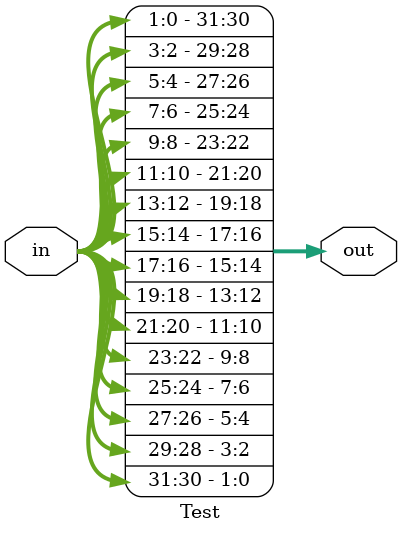
<source format=v>

module t (/*AUTOARG*/
   // Inputs
   clk
   );
   input clk;

   integer      cyc = 0;
   reg [63:0]   crc;
   reg [63:0]   sum;

   // Take CRC data and apply to testblock inputs
   wire [31:0]  in = crc[31:0];

   /*AUTOWIRE*/
   // Beginning of automatic wires (for undeclared instantiated-module outputs)
   wire [31:0]          out;                    // From test of Test.v
   // End of automatics

   Test test (/*AUTOINST*/
              // Outputs
              .out                      (out[31:0]),
              // Inputs
              .in                       (in[31:0]));

   // Aggregate outputs into a single result vector
   wire [63:0] result = {32'h0, out};

   // Test loop
   always @ (posedge clk) begin
`ifdef TEST_VERBOSE
      $write("[%0t] cyc==%0d crc=%x result=%x\n", $time, cyc, crc, result);
`endif
      cyc <= cyc + 1;
      crc <= {crc[62:0], crc[63] ^ crc[2] ^ crc[0]};
      sum <= result ^ {sum[62:0], sum[63] ^ sum[2] ^ sum[0]};
      if (cyc==0) begin
         // Setup
         crc <= 64'h5aef0c8d_d70a4497;
         sum <= 64'h0;
      end
      else if (cyc<10) begin
         sum <= 64'h0;
      end
      else if (cyc<90) begin
      end
      else if (cyc==99) begin
         $write("[%0t] cyc==%0d crc=%x sum=%x\n", $time, cyc, crc, sum);
         if (crc !== 64'hc77bb9b3784ea091) $stop;
         // What checksum will we end up with (above print should match)
`define EXPECTED_SUM 64'h3e3a62edb61f8c7f
         if (sum !== `EXPECTED_SUM) $stop;
         $write("*-* All Finished *-*\n");
         $finish;
      end
   end

endmodule

module Test (/*AUTOARG*/
   // Outputs
   out,
   // Inputs
   in
   );

   input [31:0] in;
   output [31:0] out;

   genvar        i;
   generate
      for (i=0; i<16; i=i+1) begin : gblk
         assign out[i*2+1:i*2] = in[(30-i*2)+1:(30-i*2)];
      end
   endgenerate
endmodule

</source>
